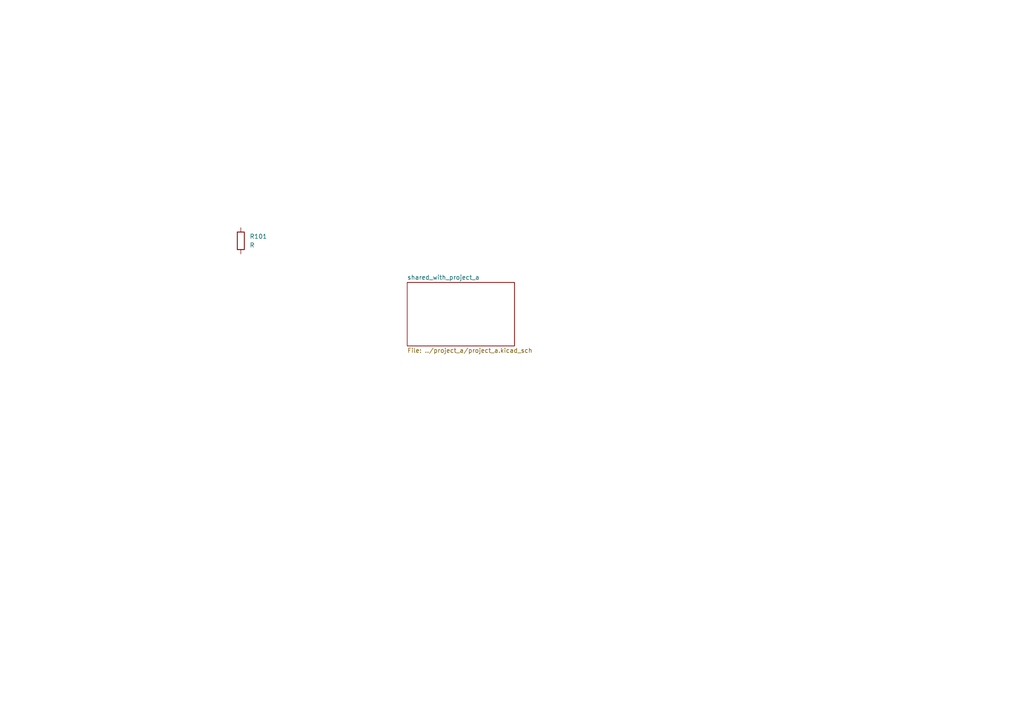
<source format=kicad_sch>
(kicad_sch (version 20231120) (generator "eeschema") (generator_version "8.0")
  (paper "A4")
  (lib_symbols
    (symbol "Device:R" (pin_numbers hide) (pin_names (offset 0))
      (property "Reference" "R" (at 2.032 0 90))
      (property "Value" "R" (at 0 0 90))
      (symbol "R_0_1"
        (rectangle (start -1.016 -2.54) (end 1.016 2.54) (stroke (width 0.254)))
      )
      (symbol "R_1_1"
        (pin passive line (at 0 3.81 270) (length 1.27) (name "~") (number "1"))
        (pin passive line (at 0 -3.81 90) (length 1.27) (name "~") (number "2"))
      )
    )
  )
  (symbol (lib_id "Device:R") (at 69.85 69.85 0) (unit 1)
    (property "Reference" "R101" (at 72.39 68.5799 0) (effects (justify left)))
    (property "Value" "R" (at 72.39 71.1199 0) (effects (justify left)))
    (property "Description" "Resistor" (effects (hide yes)))
  )
  (sheet (at 118.11 81.915) (size 31.115 18.415) (stroke (width 0.1524))
    (property "Sheetname" "shared_with_project_a" (at 118.11 81.2034 0) (effects (justify left bottom)))
    (property "Sheetfile" "../project_a/project_a.kicad_sch" (at 118.11 100.9146 0) (effects (justify left top)))
  )
)
</source>
